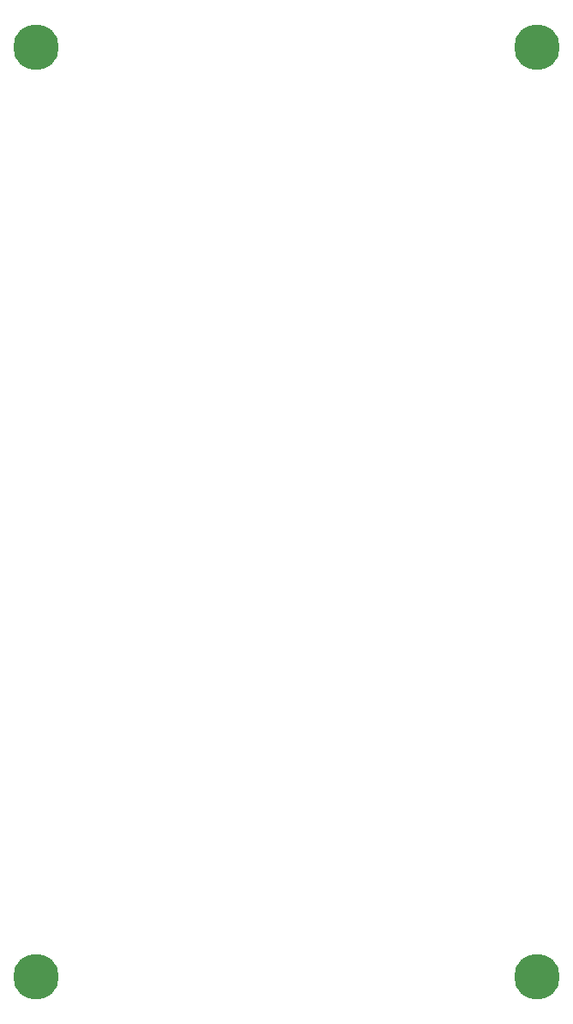
<source format=gbr>
G04 #@! TF.GenerationSoftware,KiCad,Pcbnew,(5.1.2)-2*
G04 #@! TF.CreationDate,2021-09-09T11:53:18-03:00*
G04 #@! TF.ProjectId,MAG_Plus,4d41475f-506c-4757-932e-6b696361645f,rev?*
G04 #@! TF.SameCoordinates,Original*
G04 #@! TF.FileFunction,Copper,L1,Top*
G04 #@! TF.FilePolarity,Positive*
%FSLAX46Y46*%
G04 Gerber Fmt 4.6, Leading zero omitted, Abs format (unit mm)*
G04 Created by KiCad (PCBNEW (5.1.2)-2) date 2021-09-09 11:53:19*
%MOMM*%
%LPD*%
G04 APERTURE LIST*
%ADD10C,4.500000*%
G04 APERTURE END LIST*
D10*
X355700000Y-173200000D03*
X355700000Y-264800000D03*
X306300000Y-173200000D03*
X306300000Y-264800000D03*
M02*

</source>
